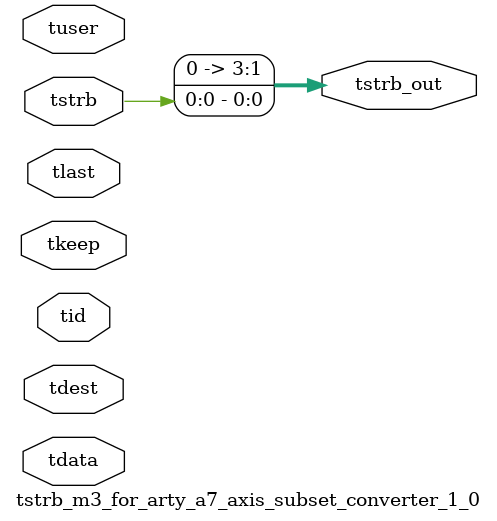
<source format=v>


`timescale 1ps/1ps

module tstrb_m3_for_arty_a7_axis_subset_converter_1_0 #
(
parameter C_S_AXIS_TDATA_WIDTH = 32,
parameter C_S_AXIS_TUSER_WIDTH = 0,
parameter C_S_AXIS_TID_WIDTH   = 0,
parameter C_S_AXIS_TDEST_WIDTH = 0,
parameter C_M_AXIS_TDATA_WIDTH = 32
)
(
input  [(C_S_AXIS_TDATA_WIDTH == 0 ? 1 : C_S_AXIS_TDATA_WIDTH)-1:0     ] tdata,
input  [(C_S_AXIS_TUSER_WIDTH == 0 ? 1 : C_S_AXIS_TUSER_WIDTH)-1:0     ] tuser,
input  [(C_S_AXIS_TID_WIDTH   == 0 ? 1 : C_S_AXIS_TID_WIDTH)-1:0       ] tid,
input  [(C_S_AXIS_TDEST_WIDTH == 0 ? 1 : C_S_AXIS_TDEST_WIDTH)-1:0     ] tdest,
input  [(C_S_AXIS_TDATA_WIDTH/8)-1:0 ] tkeep,
input  [(C_S_AXIS_TDATA_WIDTH/8)-1:0 ] tstrb,
input                                                                    tlast,
output [(C_M_AXIS_TDATA_WIDTH/8)-1:0 ] tstrb_out
);

assign tstrb_out = {tstrb[0:0]};

endmodule


</source>
